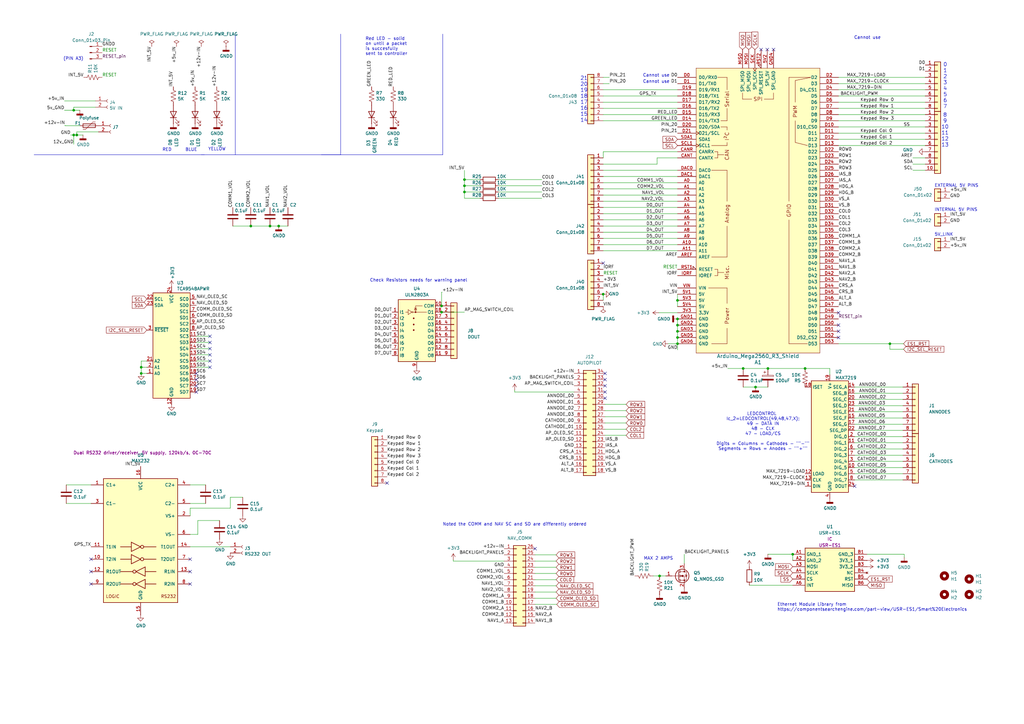
<source format=kicad_sch>
(kicad_sch (version 20250114) (generator "eeschema") (generator_version "9.0")
  (paper "A3")
  (title_block (date "2025-11-06"))
  (text "YELLOW" (at 85.344 61.976 0) (effects (font (size 1.27 1.27)) (justify left bottom)))
  (text "MAX 2 AMPS" (at 276.098 229.87 0) (effects (font (size 1.27 1.27)) (justify right bottom)))
  (text "BLUE" (at 75.946 62.23 0) (effects (font (size 1.27 1.27)) (justify left bottom)))
  (text "INTERNAL 5V PINS" (at 383.286 86.868 0) (effects (font (size 1.27 1.27)) (justify left bottom)))
  (text "Ethernet Module Library from \nhttps://componentsearchengine.com/part-view/USR-ES1/Smart%20Electronics" (at 318.77 250.825 0) (effects (font (size 1.27 1.27)) (justify left bottom)))
  (text "LEDCONTROL \nIc_2=LEDCONTROL(49,48,47,X);\n49 - DATA IN\n48 - CLK\n47 - LOAD/CS\n\nDigits = Columns = Cathodes - \"\"-\"\"\nSegments = Rows = Anodes - \"\"+\"\"" (at 312.928 184.912 0) (effects (font (size 1.27 1.27)) (justify bottom)))
  (text "Cannot use" (at 263.652 31.75 0) (effects (font (size 1.27 1.27)) (justify left bottom)))
  (text "RED" (at 66.548 62.23 0) (effects (font (size 1.27 1.27)) (justify left bottom)))
  (text "(PIN A3)" (at 25.908 24.892 0) (effects (font (size 1.27 1.27)) (justify left bottom)))
  (text "Cannot use" (at 350.266 16.256 0) (effects (font (size 1.27 1.27)) (justify left bottom)))
  (text "Noted the COMM and NAV SC and SD are differently ordered" (at 211.074 215.138 0) (effects (font (size 1.27 1.27))))
  (text "0\n1\n2\n3\n4\n5\n6\n7" (at 386.842 44.704 0) (effects (font (size 1.524 1.524)) (justify left bottom)))
  (text "LEDCONTROL \nIc_2=LEDCONTROL(49,48,47,X);\n49 - DATA IN\n48 - CLK\n47 - LOAD/CS\n\nDigits = Columns = Cathodes - \"\"-\"\"\nSegments = Rows = Anodes - \"\"+\"\"" (at -38.1 166.116 0) (effects (font (size 1.27 1.27)) (justify bottom)))
  (text "Red LED - solid\non until a packet\nis succesfully \nsent to controller" (at 149.86 22.86 0) (effects (font (size 1.27 1.27)) (justify left bottom)))
  (text "5V_LINK" (at 383.286 97.028 0) (effects (font (size 1.27 1.27)) (justify left bottom)))
  (text "Check Resistors needs for warning panel" (at 171.704 115.062 0) (effects (font (size 1.27 1.27))))
  (text "Cannot use" (at 263.652 34.29 0) (effects (font (size 1.27 1.27)) (justify left bottom)))
  (text "21\n20\n19\n18\n17\n16\n15\n14" (at 237.998 50.292 0) (effects (font (size 1.524 1.524)) (justify left bottom)))
  (text "EXTERNAL 5V PINS" (at 383.286 76.962 0) (effects (font (size 1.27 1.27)) (justify left bottom)))
  (text "8\n9\n10\n11\n12\n13\n" (at 387.604 60.452 0) (effects (font (size 1.524 1.524)) (justify bottom)))
  (junction (at 114.3 92.71))
  (junction (at 277.876 130.81))
  (junction (at 277.876 135.89))
  (junction (at 57.912 150.622))
  (junction (at 270.51 236.22))
  (junction (at 330.2 151.13))
  (junction (at 57.912 153.162))
  (junction (at 31.496 55.372))
  (junction (at 277.876 140.97))
  (junction (at 30.226 55.372))
  (junction (at 30.226 45.212))
  (junction (at 304.8 151.13))
  (junction (at 102.87 92.71))
  (junction (at 277.876 138.43))
  (junction (at 181.102 125.476))
  (junction (at 190.5 73.66))
  (junction (at 110.744 92.71))
  (junction (at 314.96 151.13))
  (junction (at 325.12 227.33))
  (junction (at 190.5 78.74))
  (junction (at 247.396 120.65))
  (junction (at 309.88 158.75))
  (junction (at 277.876 133.35))
  (junction (at 364.998 140.97))
  (junction (at 277.876 123.19))
  (junction (at 190.5 76.2))
  (junction (at 181.102 128.016))
  (no_connect (at 80.518 153.162))
  (no_connect (at 350.52 199.39))
  (no_connect (at 317.246 20.32))
  (no_connect (at 248.158 155.702))
  (no_connect (at 37.338 239.522))
  (no_connect (at 80.518 155.702))
  (no_connect (at 80.518 160.782))
  (no_connect (at 314.706 20.32))
  (no_connect (at 343.916 135.89))
  (no_connect (at 77.978 229.362))
  (no_connect (at 343.916 133.35))
  (no_connect (at 37.338 229.362))
  (no_connect (at 343.916 138.43))
  (no_connect (at 247.396 107.95))
  (no_connect (at 86.106 137.922))
  (no_connect (at 343.916 128.27))
  (no_connect (at 77.978 239.522))
  (no_connect (at 80.518 158.242))
  (no_connect (at 86.106 150.622))
  (no_connect (at 86.106 140.462))
  (no_connect (at 248.158 160.782))
  (no_connect (at 248.158 163.322))
  (no_connect (at 248.158 153.162))
  (no_connect (at 86.106 145.542))
  (no_connect (at 77.978 234.442))
  (no_connect (at 248.158 158.242))
  (no_connect (at 312.166 20.32))
  (no_connect (at 219.456 225.044))
  (no_connect (at 37.338 234.442))
  (no_connect (at 158.75 198.12))
  (no_connect (at 86.106 148.082))
  (no_connect (at 86.106 143.002))
  (wire (pts (xy 343.916 49.53) (xy 379.476 49.53)))
  (polyline (pts (xy 139.7 63.5) (xy 139.7 13.97)))
  (wire (pts (xy 350.52 191.77) (xy 370.332 191.77)))
  (wire (pts (xy 277.876 133.35) (xy 277.876 135.89)))
  (wire (pts (xy 364.998 140.97) (xy 364.998 143.256)))
  (wire (pts (xy 343.916 44.45) (xy 379.476 44.45)))
  (wire (pts (xy 330.2 151.13) (xy 340.36 151.13)))
  (wire (pts (xy 247.396 41.91) (xy 277.876 41.91)))
  (wire (pts (xy 86.106 148.082) (xy 80.518 148.082)))
  (wire (pts (xy 248.158 165.862) (xy 256.794 165.862)))
  (wire (pts (xy 94.488 208.407) (xy 77.978 208.407)))
  (wire (pts (xy 247.396 97.79) (xy 277.876 97.79)))
  (wire (pts (xy 196.85 78.74) (xy 190.5 78.74)))
  (polyline (pts (xy 82.55 63.5) (xy 139.7 63.5)))
  (wire (pts (xy 343.916 59.69) (xy 379.476 59.69)))
  (wire (pts (xy 196.85 81.28) (xy 190.5 81.28)))
  (wire (pts (xy 343.916 52.07) (xy 379.476 52.07)))
  (wire (pts (xy 81.153 213.487) (xy 90.043 213.487)))
  (wire (pts (xy 84.328 198.882) (xy 77.978 198.882)))
  (wire (pts (xy 247.396 72.39) (xy 277.876 72.39)))
  (wire (pts (xy 185.928 230.124) (xy 206.756 230.124)))
  (wire (pts (xy 350.52 171.45) (xy 370.332 171.45)))
  (wire (pts (xy 350.52 179.07) (xy 370.332 179.07)))
  (wire (pts (xy 26.67 51.308) (xy 26.67 51.562)))
  (wire (pts (xy 247.396 44.45) (xy 277.876 44.45)))
  (wire (pts (xy 196.85 73.66) (xy 190.5 73.66)))
  (wire (pts (xy 304.8 151.13) (xy 314.96 151.13)))
  (wire (pts (xy 277.876 120.65) (xy 277.876 123.19)))
  (wire (pts (xy 274.066 140.97) (xy 277.876 140.97)))
  (wire (pts (xy 222.25 76.2) (xy 204.47 76.2)))
  (wire (pts (xy 37.338 198.882) (xy 27.178 198.882)))
  (wire (pts (xy 314.96 151.13) (xy 330.2 151.13)))
  (wire (pts (xy 190.5 73.66) (xy 190.5 76.2)))
  (wire (pts (xy 30.226 43.942) (xy 30.226 45.212)))
  (wire (pts (xy 39.116 43.942) (xy 30.226 43.942)))
  (wire (pts (xy 269.494 67.31) (xy 247.396 67.31)))
  (wire (pts (xy 219.456 247.904) (xy 228.346 247.904)))
  (wire (pts (xy 374.396 67.31) (xy 379.476 67.31)))
  (polyline (pts (xy 131.826 63.5) (xy 181.61 63.5)))
  (wire (pts (xy 350.52 184.15) (xy 370.332 184.15)))
  (wire (pts (xy 247.396 87.63) (xy 277.876 87.63)))
  (wire (pts (xy 57.912 150.622) (xy 57.912 153.162)))
  (wire (pts (xy 77.978 219.202) (xy 81.153 219.202)))
  (wire (pts (xy 60.198 148.082) (xy 57.912 148.082)))
  (wire (pts (xy 219.456 240.284) (xy 228.092 240.284)))
  (wire (pts (xy 57.912 148.082) (xy 57.912 150.622)))
  (wire (pts (xy 350.52 189.23) (xy 370.332 189.23)))
  (wire (pts (xy 248.158 168.402) (xy 256.794 168.402)))
  (wire (pts (xy 248.158 178.562) (xy 256.794 178.562)))
  (wire (pts (xy 343.916 39.37) (xy 379.476 39.37)))
  (wire (pts (xy 99.568 203.962) (xy 94.488 203.962)))
  (wire (pts (xy 248.158 176.022) (xy 256.794 176.022)))
  (wire (pts (xy 77.978 224.282) (xy 94.488 224.282)))
  (wire (pts (xy 31.496 55.372) (xy 34.036 55.372)))
  (wire (pts (xy 247.396 69.85) (xy 277.876 69.85)))
  (wire (pts (xy 249.936 31.75) (xy 247.396 31.75)))
  (wire (pts (xy 277.876 143.51) (xy 277.876 140.97)))
  (wire (pts (xy 374.396 64.77) (xy 379.476 64.77)))
  (wire (pts (xy 247.396 49.53) (xy 277.876 49.53)))
  (wire (pts (xy 190.5 76.2) (xy 190.5 78.74)))
  (wire (pts (xy 247.396 120.65) (xy 247.396 123.19)))
  (wire (pts (xy 247.396 62.23) (xy 247.396 64.77)))
  (wire (pts (xy 247.396 77.47) (xy 277.876 77.47)))
  (wire (pts (xy 181.356 119.888) (xy 181.102 119.888)))
  (wire (pts (xy 277.876 135.89) (xy 277.876 138.43)))
  (wire (pts (xy 270.51 236.22) (xy 273.05 236.22)))
  (wire (pts (xy 86.106 143.002) (xy 80.518 143.002)))
  (wire (pts (xy 343.916 31.75) (xy 379.476 31.75)))
  (wire (pts (xy 86.106 140.462) (xy 80.518 140.462)))
  (wire (pts (xy 364.998 143.256) (xy 370.586 143.256)))
  (wire (pts (xy 350.52 186.69) (xy 370.332 186.69)))
  (wire (pts (xy 350.52 166.37) (xy 370.332 166.37)))
  (wire (pts (xy 277.876 138.43) (xy 277.876 140.97)))
  (wire (pts (xy 247.396 82.55) (xy 277.876 82.55)))
  (wire (pts (xy 247.396 34.29) (xy 249.936 34.29)))
  (wire (pts (xy 181.102 128.016) (xy 190.5 128.016)))
  (wire (pts (xy 110.744 92.71) (xy 114.3 92.71)))
  (wire (pts (xy 343.916 41.91) (xy 379.476 41.91)))
  (wire (pts (xy 309.88 158.75) (xy 314.96 158.75)))
  (wire (pts (xy 247.396 74.93) (xy 277.876 74.93)))
  (wire (pts (xy 60.198 153.162) (xy 57.912 153.162)))
  (wire (pts (xy 277.876 130.81) (xy 277.876 133.35)))
  (wire (pts (xy 350.52 181.61) (xy 370.332 181.61)))
  (wire (pts (xy 247.396 80.01) (xy 277.876 80.01)))
  (wire (pts (xy 247.396 95.25) (xy 277.876 95.25)))
  (wire (pts (xy 370.84 227.33) (xy 370.84 228.6)))
  (wire (pts (xy 30.226 45.212) (xy 32.766 45.212)))
  (wire (pts (xy 277.876 123.19) (xy 277.876 125.73)))
  (polyline (pts (xy 139.7 63.5) (xy 131.826 63.5)))
  (wire (pts (xy 248.158 173.482) (xy 256.794 173.482)))
  (wire (pts (xy 219.456 235.204) (xy 228.092 235.204)))
  (wire (pts (xy 81.153 219.202) (xy 81.153 213.487)))
  (wire (pts (xy 37.338 206.502) (xy 27.178 206.502)))
  (wire (pts (xy 350.52 194.31) (xy 370.332 194.31)))
  (wire (pts (xy 77.978 208.407) (xy 77.978 211.582)))
  (wire (pts (xy 343.916 57.15) (xy 379.476 57.15)))
  (wire (pts (xy 307.34 240.03) (xy 325.12 240.03)))
  (wire (pts (xy 364.998 140.97) (xy 343.916 140.97)))
  (wire (pts (xy 343.916 46.99) (xy 379.476 46.99)))
  (wire (pts (xy 222.25 73.66) (xy 204.47 73.66)))
  (wire (pts (xy 222.25 78.74) (xy 204.47 78.74)))
  (wire (pts (xy 219.456 227.584) (xy 228.092 227.584)))
  (wire (pts (xy 350.52 173.99) (xy 370.332 173.99)))
  (wire (pts (xy 314.96 227.33) (xy 325.12 227.33)))
  (wire (pts (xy 350.52 163.83) (xy 370.332 163.83)))
  (wire (pts (xy 219.456 237.744) (xy 228.092 237.744)))
  (wire (pts (xy 277.876 64.77) (xy 269.494 64.77)))
  (wire (pts (xy 280.67 227.33) (xy 280.67 231.14)))
  (wire (pts (xy 86.106 137.922) (xy 80.518 137.922)))
  (polyline (pts (xy 13.97 63.5) (xy 83.82 63.5)))
  (wire (pts (xy 370.586 140.97) (xy 364.998 140.97)))
  (wire (pts (xy 247.396 36.83) (xy 277.876 36.83)))
  (wire (pts (xy 247.396 85.09) (xy 277.876 85.09)))
  (wire (pts (xy 219.456 230.124) (xy 228.092 230.124)))
  (wire (pts (xy 247.396 102.87) (xy 277.876 102.87)))
  (wire (pts (xy 270.256 128.27) (xy 277.876 128.27)))
  (polyline (pts (xy 181.61 63.5) (xy 181.61 13.97)))
  (wire (pts (xy 248.158 170.942) (xy 256.794 170.942)))
  (wire (pts (xy 95.504 92.71) (xy 102.87 92.71)))
  (wire (pts (xy 211.074 160.782) (xy 235.458 160.782)))
  (wire (pts (xy 86.106 145.542) (xy 80.518 145.542)))
  (wire (pts (xy 26.67 51.562) (xy 32.766 51.562)))
  (wire (pts (xy 247.396 100.33) (xy 277.876 100.33)))
  (wire (pts (xy 304.8 158.75) (xy 309.88 158.75)))
  (wire (pts (xy 350.52 158.75) (xy 370.332 158.75)))
  (wire (pts (xy 247.396 39.37) (xy 277.876 39.37)))
  (wire (pts (xy 30.226 55.372) (xy 30.226 59.182)))
  (wire (pts (xy 94.488 203.962) (xy 94.488 208.407)))
  (wire (pts (xy 219.456 232.664) (xy 228.092 232.664)))
  (wire (pts (xy 57.912 150.622) (xy 60.198 150.622)))
  (wire (pts (xy 247.396 90.17) (xy 277.876 90.17)))
  (wire (pts (xy 190.5 78.74) (xy 190.5 81.28)))
  (wire (pts (xy 343.916 34.29) (xy 379.476 34.29)))
  (wire (pts (xy 247.396 46.99) (xy 277.876 46.99)))
  (wire (pts (xy 219.456 242.824) (xy 228.092 242.824)))
  (wire (pts (xy 350.52 161.29) (xy 370.332 161.29)))
  (wire (pts (xy 247.396 92.71) (xy 277.876 92.71)))
  (wire (pts (xy 190.5 69.85) (xy 190.5 73.66)))
  (wire (pts (xy 185.928 230.124) (xy 185.928 229.616)))
  (wire (pts (xy 343.916 54.61) (xy 379.476 54.61)))
  (wire (pts (xy 196.85 76.2) (xy 190.5 76.2)))
  (wire (pts (xy 350.52 168.91) (xy 370.332 168.91)))
  (wire (pts (xy 355.6 227.33) (xy 370.84 227.33)))
  (wire (pts (xy 181.102 119.888) (xy 181.102 125.476)))
  (wire (pts (xy 350.52 176.53) (xy 370.332 176.53)))
  (wire (pts (xy 277.876 62.23) (xy 247.396 62.23)))
  (wire (pts (xy 325.12 227.33) (xy 325.12 229.87)))
  (wire (pts (xy 26.416 41.402) (xy 39.116 41.402)))
  (wire (pts (xy 298.45 151.13) (xy 304.8 151.13)))
  (wire (pts (xy 30.226 55.372) (xy 31.496 55.372)))
  (wire (pts (xy 86.106 150.622) (xy 80.518 150.622)))
  (wire (pts (xy 84.328 206.502) (xy 77.978 206.502)))
  (wire (pts (xy 267.97 236.22) (xy 270.51 236.22)))
  (polyline (pts (xy 96.52 63.5) (xy 96.52 13.97)))
  (wire (pts (xy 222.25 81.28) (xy 204.47 81.28)))
  (wire (pts (xy 26.416 45.212) (xy 30.226 45.212)))
  (wire (pts (xy 31.496 54.102) (xy 31.496 55.372)))
  (wire (pts (xy 28.956 55.372) (xy 30.226 55.372)))
  (wire (pts (xy 114.3 92.71) (xy 118.11 92.71)))
  (wire (pts (xy 269.494 64.77) (xy 269.494 67.31)))
  (wire (pts (xy 350.52 196.85) (xy 370.332 196.85)))
  (wire (pts (xy 211.074 160.782) (xy 211.074 160.02)))
  (wire (pts (xy 340.36 153.67) (xy 340.36 151.13)))
  (wire (pts (xy 102.87 92.71) (xy 110.744 92.71)))
  (wire (pts (xy 374.396 69.85) (xy 379.476 69.85)))
  (wire (pts (xy 219.456 245.364) (xy 228.092 245.364)))
  (wire (pts (xy 343.916 36.83) (xy 379.476 36.83)))
  (wire (pts (xy 40.386 54.102) (xy 31.496 54.102)))
  (image (at -60.198 193.294))
  (label "CATHODE_01" (at 235.458 176.022 180))
  (label "D3_OUT" (at 160.782 135.636 180))
  (label "MAX_7219-LOAD" (at 330.2 194.31 180))
  (label "COMM2_B" (at 206.756 252.984 180))
  (label "CATHODE_02" (at 351.536 184.15 0))
  (label "IORF" (at 247.396 110.49 0))
  (label "VIN" (at 277.876 118.11 180))
  (label "D1" (at 379.476 29.21 180))
  (label "COMM1_A" (at 343.916 97.79 0))
  (label "PIN_20" (at 249.936 34.29 0))
  (label "AP_OLED_SD" (at 235.458 181.102 180))
  (label "AP_MAG_SWITCH_COIL" (at 190.5 128.016 0))
  (label "+12v-IN" (at 206.756 225.044 180))
  (label "RED_LED" (at 277.876 46.99 180))
  (label "SD7" (at 80.518 160.782 0))
  (label "D3_OUT" (at 272.288 92.71 180))
  (label "NAV1_B" (at 219.456 255.524 0))
  (label "GND" (at 28.956 55.372 180))
  (label "ROW3" (at 343.916 69.85 0))
  (label "PIN_21" (at 277.876 54.61 180))
  (label "INT_5V" (at 247.396 118.11 0))
  (label "D2_OUT" (at 272.288 90.17 180))
  (label "CRS_B" (at 235.458 188.722 180))
  (label "CRS_B" (at 343.916 120.65 0))
  (label "Keypad Row 2" (at 352.806 46.99 0))
  (label "VS_A" (at 343.916 82.55 0))
  (label "HDG_A" (at 248.158 186.182 0))
  (label "INT_5V" (at 71.12 35.56 90))
  (label "SD6" (at 80.518 155.702 0))
  (label "INT_5V" (at 190.5 69.85 180))
  (label "D0" (at 277.876 31.75 180))
  (label "COL3" (at 343.916 95.25 0))
  (label "Keypad Col 1" (at 158.75 193.04 0))
  (label "NAV2_VOL" (at 118.11 85.09 90))
  (label "D0" (at 379.476 26.67 180))
  (label "CATHODE_06" (at 351.536 194.31 0))
  (label "INT_5V" (at 34.29 31.75 180))
  (label "ANNODE_04" (at 352.044 168.91 0))
  (label "Keypad Col 0" (at 158.75 190.5 0))
  (label "+5v_IN" (at 389.636 78.74 0))
  (label "ANNODE_01" (at 352.298 161.29 0))
  (label "ALT_A" (at 343.916 123.19 0))
  (label "VIN" (at 247.396 125.73 0))
  (label "D4_OUT" (at 272.288 95.25 180))
  (label "SD4" (at 80.518 145.542 0))
  (label "PIN_21" (at 249.936 31.75 0))
  (label "ANNODE_05" (at 352.044 171.45 0))
  (label "NAV1_VOL" (at 272.542 80.01 180))
  (label "AP_MAG_SWITCH_COIL" (at 235.458 158.242 180))
  (label "Keypad Row 0" (at 158.75 180.34 0))
  (label "D5_OUT" (at 160.782 140.716 180))
  (label "D4_OUT" (at 160.782 138.176 180))
  (label "COMM_OLED_SD" (at 80.518 130.302 0))
  (label "D0_OUT" (at 160.782 128.016 180))
  (label "IAS_B" (at 343.916 72.39 0))
  (label "CATHODE_05" (at 351.536 191.77 0))
  (label "+5v_IN" (at 26.416 41.402 180))
  (label "AP_OLED_SC" (at 80.518 132.842 0))
  (label "VS_A" (at 248.158 191.262 0))
  (label "NAV2_B" (at 343.916 115.57 0))
  (label "ALT_A" (at 235.458 191.262 180))
  (label "+3V3" (at 247.396 115.57 0))
  (label "SCL" (at 374.396 69.85 180))
  (label "AREF" (at 277.876 105.41 180))
  (label "ROW0" (at 343.916 62.23 0))
  (label "PIN_20" (at 277.876 52.07 180))
  (label "MAX_7219-CLOCK" (at 347.218 34.29 0))
  (label "NAV_OLED_SC" (at 80.518 122.682 0))
  (label "D5_OUT" (at 272.288 97.79 180))
  (label "HDG_B" (at 343.916 80.01 0))
  (label "NAV2_VOL" (at 206.756 242.824 180))
  (label "ANNODE_02" (at 235.458 168.402 180))
  (label "12v_GND" (at 30.226 59.182 180))
  (label "IORF" (at 277.876 113.03 180))
  (label "RESET_pin" (at 41.91 24.13 0))
  (label "COMM_OLED_SC" (at 80.518 127.762 0))
  (label "COMM2_B" (at 343.916 105.41 0))
  (label "+5v_IN" (at 72.39 19.05 270))
  (label "ALT_B" (at 343.916 125.73 0))
  (label "+12v-IN" (at 26.67 51.308 180))
  (label "CATHODE_00" (at 235.458 173.482 180))
  (label "INT_5V" (at 62.23 19.05 270))
  (label "ANNODE_02" (at 352.298 163.83 0))
  (label "GND" (at 277.876 143.51 180))
  (label "D7_OUT" (at 272.288 102.87 180))
  (label "COL1" (at 222.25 76.2 0))
  (label "GREEN_LED" (at 277.876 49.53 180))
  (label "D6_OUT" (at 272.288 100.33 180))
  (label "D1_OUT" (at 272.288 87.63 180))
  (label "ANNODE_03" (at 352.044 166.37 0))
  (label "CATHODE_03" (at 351.536 186.69 0))
  (label "INT_5V" (at 389.636 99.06 0))
  (label "NAV_OLED_SD" (at 80.518 125.222 0))
  (label "GND" (at 206.756 232.664 180))
  (label "AREF" (at 374.396 64.77 180))
  (label "COL0" (at 222.25 73.66 0))
  (label "NAV2_A" (at 343.916 113.03 0))
  (label "CATHODE_01" (at 351.536 181.61 0))
  (label "COMM2_VOL" (at 272.542 77.47 180))
  (label "BACKLIGHT_PANELS" (at 206.756 227.584 180))
  (label "GPS_TX" (at 269.24 39.37 180))
  (label "D1" (at 277.876 34.29 180))
  (label "VS_B" (at 343.916 85.09 0))
  (label "GNDD" (at 41.91 19.05 0))
  (label "Keypad Row 3" (at 158.75 187.96 0))
  (label "Keypad Col 0" (at 352.806 54.61 0))
  (label "SD3" (at 80.518 140.462 0))
  (label "Keypad Row 1" (at 158.75 182.88 0))
  (label "NAV1_VOL" (at 206.756 240.284 180))
  (label "MAX_7219-LOAD" (at 347.218 31.75 0))
  (label "INT_5V" (at 389.636 88.9 0))
  (label "COMM2_A" (at 206.756 250.444 180))
  (label "IAS_A" (at 343.916 74.93 0))
  (label "D2_OUT" (at 160.782 133.096 180))
  (label "Keypad Col 2" (at 352.806 59.69 0))
  (label "ANNODE_00" (at 352.298 158.75 0))
  (label "HDG_B" (at 248.158 188.722 0))
  (label "COMM2_VOL" (at 206.756 237.744 180))
  (label "ROW1" (at 343.916 64.77 0))
  (label "SC7" (at 80.518 158.242 0))
  (label "COL3" (at 222.25 81.28 0))
  (label "NAV2_B" (at 219.456 250.444 0))
  (label "SC6" (at 80.518 153.162 0))
  (label "INT_5V" (at 57.658 191.262 180))
  (label "Keypad Row 1" (at 352.806 44.45 0))
  (label "NAV1_A" (at 343.916 107.95 0))
  (label "SC5" (at 80.518 148.082 0))
  (label "COL2" (at 343.916 92.71 0))
  (label "MAX_7219-DIN" (at 347.218 36.83 0))
  (label "MAX_7219-CLOCK" (at 330.2 196.85 180))
  (label "COMM1_A" (at 206.756 245.364 180))
  (label "GND" (at 389.636 91.44 0))
  (label "SC4" (at 80.518 143.002 0))
  (label "NAV2_A" (at 219.456 252.984 0))
  (label "NAV1_A" (at 206.756 255.524 180))
  (label "5v_GND" (at 26.416 45.212 180))
  (label "D1_OUT" (at 160.782 130.556 180))
  (label "D7_OUT" (at 160.782 145.796 180))
  (label "ROW2" (at 343.916 67.31 0))
  (label "+5v_IN" (at 80.01 35.56 90))
  (label "ANNODE_07" (at 352.044 176.53 0))
  (label "MAX_7219-DIN" (at 330.2 199.39 180))
  (label "GND" (at 235.458 183.642 180))
  (label "AP_OLED_SC" (at 235.458 178.562 180))
  (label "ANNODE_01" (at 235.458 165.862 180))
  (label "BACKLIGHT_PWM" (at 344.678 39.37 0))
  (label "Keypad Row 0" (at 352.806 41.91 0))
  (label "D6_OUT" (at 160.782 143.256 180))
  (label "CATHODE_00" (at 351.536 179.07 0))
  (label "SD5" (at 80.518 150.622 0))
  (label "CATHODE_07" (at 351.536 196.85 0))
  (label "AP_OLED_SD" (at 80.518 135.382 0))
  (label "NAV2_VOL" (at 272.288 82.55 180))
  (label "+5v_IN" (at 298.45 151.13 180))
  (label "IAS_A" (at 248.158 183.642 0))
  (label "+5v_IN" (at 389.636 101.6 0))
  (label "INT_5V" (at 277.876 120.65 180))
  (label "COMM1_VOL" (at 206.756 235.204 180))
  (label "SS" (at 370.586 52.07 0))
  (label "RESET" (at 41.91 21.59 0))
  (label "IAS_B" (at 248.158 181.102 0))
  (label "COMM1_B" (at 343.916 100.33 0))
  (label "GND" (at 389.636 81.28 0))
  (label "COMM2_VOL" (at 102.87 85.09 90))
  (label "Keypad Row 2" (at 158.75 185.42 0))
  (label "GREEN_LED" (at 152.4 35.56 90))
  (label "+12v-IN" (at 181.356 119.888 0))
  (label "RESET" (at 277.876 110.49 180))
  (label "ANNODE_00" (at 235.458 163.322 180))
  (label "NAV1_VOL" (at 110.744 85.09 90))
  (label "ALT_B" (at 235.458 193.802 180))
  (label "ANNODE_03" (at 235.458 170.942 180))
  (label "Keypad Col 2" (at 158.75 195.58 0))
  (label "HDG_A" (at 343.916 77.47 0))
  (label "COMM1_VOL" (at 95.504 85.09 90))
  (label "+12v-IN" (at 235.458 153.162 180))
  (label "SC3" (at 80.518 137.922 0))
  (label "COMM2_A" (at 343.916 102.87 0))
  (label "RESET" (at 247.396 113.03 0))
  (label "SDA" (at 374.396 67.31 180))
  (label "BACKLIGHT_PANELS" (at 280.67 227.33 0))
  (label "COL1" (at 343.916 90.17 0))
  (label "COMM1_VOL" (at 272.542 74.93 180))
  (label "NAV1_B" (at 343.916 110.49 0))
  (label "CRS_A" (at 235.458 186.182 180))
  (label "COL2" (at 222.25 78.74 0))
  (label "RESET_pin" (at 343.916 130.81 0))
  (label "RESET" (at 41.91 31.75 0))
  (label "+12v-IN" (at 88.9 35.56 90))
  (label "ANNODE_06" (at 352.044 173.99 0))
  (label "CRS_A" (at 343.916 118.11 0))
  (label "CATHODE_04" (at 351.536 189.23 0))
  (label "Keypad Col 1" (at 352.806 57.15 0))
  (label "D0_OUT" (at 272.288 85.09 180))
  (label "Keypad Row 3" (at 352.806 49.53 0))
  (label "+12v-IN" (at 82.55 19.05 270))
  (label "COMM1_B" (at 206.756 247.904 180))
  (label "COL0" (at 343.916 87.63 0))
  (label "GPS_TX" (at 37.338 224.282 180))
  (label "RED_LED" (at 161.29 35.56 90))
  (label "VS_B" (at 248.158 193.802 0))
  (label "BACKLIGHT_PANELS" (at 235.458 155.702 180))
  (label "BACKLIGHT_PWM" (at 260.35 236.22 90))
  (global_label "COL0" (shape input) (at 228.092 237.744 0) (property "Intersheetrefs" "${INTERSHEET_REFS}" (effects (hide yes))))
  (global_label "ROW1" (shape input) (at 228.092 232.664 0) (property "Intersheetrefs" "${INTERSHEET_REFS}" (effects (hide yes))))
  (global_label "ROW2" (shape input) (at 256.794 168.402 0) (property "Intersheetrefs" "${INTERSHEET_REFS}" (effects (hide yes))))
  (global_label "MOSI" (shape input) (at 307.086 20.32 90) (property "Intersheetrefs" "${INTERSHEET_REFS}" (effects (hide yes))))
  (global_label "COL1" (shape input) (at 256.794 178.562 0) (property "Intersheetrefs" "${INTERSHEET_REFS}" (effects (hide yes))))
  (global_label "ROW3" (shape input) (at 228.092 227.584 0) (property "Intersheetrefs" "${INTERSHEET_REFS}" (effects (hide yes))))
  (global_label "COMM_OLED_SC" (shape input) (at 228.346 247.904 0) (property "Intersheetrefs" "${INTERSHEET_REFS}" (effects (hide yes))))
  (global_label "COL2" (shape input) (at 256.794 176.022 0) (property "Intersheetrefs" "${INTERSHEET_REFS}" (effects (hide yes))))
  (global_label "SCL" (shape input) (at 60.198 122.682 180) (property "Intersheetrefs" "${INTERSHEET_REFS}" (effects (hide yes))))
  (global_label "MISO" (shape input) (at 304.546 20.32 90) (property "Intersheetrefs" "${INTERSHEET_REFS}" (effects (hide yes))))
  (global_label "I2C_SEL_RESET" (shape input) (at 60.198 135.382 180) (property "Intersheetrefs" "${INTERSHEET_REFS}" (effects (hide yes))))
  (global_label "SCL" (shape input) (at 277.876 59.69 180) (property "Intersheetrefs" "${INTERSHEET_REFS}" (effects (hide yes))))
  (global_label "SCLK" (shape input) (at 325.12 234.95 180) (property "Intersheetrefs" "${INTERSHEET_REFS}" (effects (hide yes))))
  (global_label "MISO" (shape input) (at 355.6 240.03 0) (property "Intersheetrefs" "${INTERSHEET_REFS}" (effects (hide yes))))
  (global_label "SCLK" (shape input) (at 309.626 20.32 90) (property "Intersheetrefs" "${INTERSHEET_REFS}" (effects (hide yes))))
  (global_label "I2C_SEL_RESET" (shape input) (at 370.586 143.256 0) (property "Intersheetrefs" "${INTERSHEET_REFS}" (effects (hide yes))))
  (global_label "ES1_RST" (shape input) (at 370.586 140.97 0) (property "Intersheetrefs" "${INTERSHEET_REFS}" (effects (hide yes))))
  (global_label "COMM_OLED_SD" (shape input) (at 228.092 245.364 0) (property "Intersheetrefs" "${INTERSHEET_REFS}" (effects (hide yes))))
  (global_label "ROW2" (shape input) (at 228.092 230.124 0) (property "Intersheetrefs" "${INTERSHEET_REFS}" (effects (hide yes))))
  (global_label "ROW1" (shape input) (at 256.794 170.942 0) (property "Intersheetrefs" "${INTERSHEET_REFS}" (effects (hide yes))))
  (global_label "ES1_RST" (shape input) (at 355.6 237.49 0) (property "Intersheetrefs" "${INTERSHEET_REFS}" (effects (hide yes))))
  (global_label "SDA" (shape input) (at 277.876 57.15 180) (property "Intersheetrefs" "${INTERSHEET_REFS}" (effects (hide yes))))
  (global_label "NAV_OLED_SD" (shape input) (at 228.092 242.824 0) (property "Intersheetrefs" "${INTERSHEET_REFS}" (effects (hide yes))))
  (global_label "ROW3" (shape input) (at 256.794 165.862 0) (property "Intersheetrefs" "${INTERSHEET_REFS}" (effects (hide yes))))
  (global_label "SDA" (shape input) (at 60.198 125.222 180) (property "Intersheetrefs" "${INTERSHEET_REFS}" (effects (hide yes))))
  (global_label "SS" (shape input) (at 325.12 237.49 180) (property "Intersheetrefs" "${INTERSHEET_REFS}" (effects (hide yes))))
  (global_label "NAV_OLED_SC" (shape input) (at 228.092 240.284 0) (property "Intersheetrefs" "${INTERSHEET_REFS}" (effects (hide yes))))
  (global_label "ROW0" (shape input) (at 256.794 173.482 0) (property "Intersheetrefs" "${INTERSHEET_REFS}" (effects (hide yes))))
  (global_label "MOSI" (shape input) (at 325.12 232.41 180) (property "Intersheetrefs" "${INTERSHEET_REFS}" (effects (hide yes))))
  (global_label "ROW0" (shape input) (at 228.092 235.204 0) (property "Intersheetrefs" "${INTERSHEET_REFS}" (effects (hide yes))))
  (symbol (lib_id "Connector_Generic:Conn_01x08") (at 242.316 72.39 0) (mirror y) (unit 1)
    (property "Reference" "J41" (at 239.776 72.3899 0) (effects (justify left)))
    (property "Value" "Conn_01x08" (at 239.776 74.9299 0) (effects (justify left)))
    (property "Footprint" "Connector_PinHeader_2.54mm:PinHeader_1x08_P2.54mm_Vertical" (effects (hide yes)))
    (property "Description" "Generic connector, single row, 01x08, script generated (kicad-library-utils/schlib/autogen/connector/)" (effects (hide yes)))
  )
  (symbol (lib_id "Device:C") (at 118.11 88.9 0) (unit 1)
    (property "Reference" "C2" (at 118.872 84.0486 0) (effects (justify left)))
    (property "Value" "0.1uF" (effects (hide yes)))
    (property "Footprint" "Capacitor_THT:C_Disc_D3.0mm_W2.0mm_P2.50mm" (effects (hide yes)))
    (property "Description" "Unpolarized capacitor" (effects (hide yes)))
  )
  (symbol (lib_id "Connector_Generic:Conn_02x17_Counter_Clockwise") (at 240.538 173.482 0) (unit 1)
    (property "Reference" "J12" (at 241.808 146.304 0))
    (property "Value" "AUTOPILOT" (at 241.808 148.844 0))
    (property "Footprint" "Connector_IDC:IDC-Header_2x17_P2.54mm_Vertical" (effects (hide yes)))
    (property "Description" "Generic connector, double row, 02x17, counter clockwise pin numbering scheme (similar to DIP package numbering), script generated (kicad-library-utils/schlib/autogen/connector/)" (effects (hide yes)))
  )
  (symbol (lib_id "power:+3V3") (at 355.6 229.87 270) (unit 1)
    (property "Reference" "#PWR018" (effects (hide yes)))
    (property "Value" "+3V3" (at 359.41 229.8699 90) (effects (justify left)))
    (property "Description" "Power symbol creates a global label with name \"+3V3\"" (effects (hide yes)))
  )
  (symbol (lib_id "Device:LED") (at 88.9 46.99 90) (unit 1)
    (property "Reference" "D2" (at 87.63 58.42 0))
    (property "Value" "LED" (at 90.17 58.42 0))
    (property "Footprint" "LED_THT:LED_D3.0mm" (effects (hide yes)))
    (property "Description" "Light emitting diode" (effects (hide yes)))
    (property "Sim.Pins" "1=K 2=A" (effects (hide yes)))
  )
  (symbol (lib_id "power:+3V3") (at 211.074 160.02 0) (unit 1)
    (property "Reference" "#PWR026" (effects (hide yes)))
    (property "Value" "+3V3" (at 211.074 154.94 0))
    (property "Description" "Power symbol creates a global label with name \"+3V3\"" (effects (hide yes)))
  )
  (symbol (lib_id "power:GND") (at 99.568 211.582 0) (unit 1)
    (property "Reference" "#PWR021" (effects (hide yes)))
    (property "Value" "GND" (at 99.695 215.9762 0))
    (property "Description" "Power symbol creates a global label with name \"GND\" , ground" (effects (hide yes)))
  )
  (symbol (lib_id "power:GND") (at 57.658 252.222 0) (unit 1)
    (property "Reference" "#PWR06" (effects (hide yes)))
    (property "Value" "GND" (at 57.785 256.6162 0))
    (property "Description" "Power symbol creates a global label with name \"GND\" , ground" (effects (hide yes)))
  )
  (symbol (lib_id "Transistor_Array:ULN2803A") (at 170.942 133.096 0) (unit 1)
    (property "Reference" "U4" (at 170.942 118.364 0))
    (property "Value" "ULN2803A" (at 170.942 120.904 0))
    (property "Footprint" "Package_DIP:DIP-18_W7.62mm" (effects (hide yes)))
    (property "Datasheet" "http://www.ti.com/lit/ds/symlink/uln2803a.pdf" (effects (hide yes)))
    (property "Description" "Darlington Transistor Arrays, SOIC18/DIP18" (effects (hide yes)))
  )
  (symbol (lib_id "power:GNDD") (at 340.36 204.47 0) (unit 1)
    (property "Reference" "#PWR035" (effects (hide yes)))
    (property "Value" "GNDD" (at 340.4616 208.407 0))
    (property "Description" "Power symbol creates a global label with name \"GNDD\" , digital ground" (effects (hide yes)))
  )
  (symbol (lib_id "power:+3V3") (at 185.928 229.616 0) (unit 1)
    (property "Reference" "#PWR023" (effects (hide yes)))
    (property "Value" "+3V3" (at 185.928 224.79 0))
    (property "Description" "Power symbol creates a global label with name \"+3V3\"" (effects (hide yes)))
  )
  (symbol (lib_id "Device:LED") (at 152.4 46.99 90) (unit 1)
    (property "Reference" "D3" (at 151.13 58.674 0))
    (property "Value" "GREEN" (at 153.67 59.69 0))
    (property "Footprint" "LED_THT:LED_D3.0mm" (effects (hide yes)))
    (property "Description" "Light emitting diode" (effects (hide yes)))
    (property "Sim.Pins" "1=K 2=A" (effects (hide yes)))
  )
  (symbol (lib_id "Device:C") (at 84.328 202.692 0) (unit 1)
    (property "Reference" "C13" (at 87.249 201.5236 0) (effects (justify left)))
    (property "Value" "0.1uF" (at 87.249 203.835 0) (effects (justify left)))
    (property "Footprint" "Capacitor_THT:C_Disc_D4.3mm_W1.9mm_P5.00mm" (effects (hide yes)))
    (property "Description" "Unpolarized capacitor" (effects (hide yes)))
  )
  (symbol (lib_id "Device:R_US") (at 38.1 31.75 90) (unit 1)
    (property "Reference" "R11" (at 36.9316 30.0228 0) (effects (justify left)))
    (property "Value" "10K" (at 39.243 30.0228 0) (effects (justify left)))
    (property "Footprint" "Resistor_THT:R_Axial_DIN0207_L6.3mm_D2.5mm_P2.54mm_Vertical" (effects (hide yes)))
    (property "Description" "Resistor, US symbol" (effects (hide yes)))
  )
  (symbol (lib_id "Connector:Conn_01x03_Pin") (at 36.83 21.59 0) (unit 1)
    (property "Reference" "J2" (at 37.465 13.97 0))
    (property "Value" "Conn_01x03_Pin" (at 37.465 16.51 0))
    (property "Footprint" "Connector_PinHeader_2.54mm:PinHeader_1x03_P2.54mm_Vertical" (effects (hide yes)))
    (property "Description" "Generic connector, single row, 01x03, script generated" (effects (hide yes)))
  )
  (symbol (lib_id "power:+3V3") (at 70.358 117.602 0) (unit 1)
    (property "Reference" "#PWR031" (effects (hide yes)))
    (property "Value" "+3V3" (at 70.739 114.554 90) (effects (justify left)))
    (property "Description" "Power symbol creates a global label with name \"+3V3\"" (effects (hide yes)))
  )
  (symbol (lib_id "power:GNDD") (at 270.51 243.84 0) (unit 1)
    (property "Reference" "#PWR028" (effects (hide yes)))
    (property "Value" "GNDD" (at 270.6116 247.777 0))
    (property "Description" "Power symbol creates a global label with name \"GNDD\" , digital ground" (effects (hide yes)))
  )
  (symbol (lib_id "power:PWR_FLAG") (at 247.396 125.73 180) (unit 1)
    (property "Reference" "#FLG05" (effects (hide yes)))
    (property "Value" "PWR_FLAG" (at 247.396 130.81 0))
    (property "Description" "Special symbol for telling ERC where power comes from" (effects (hide yes)))
  )
  (symbol (lib_id "Driver_LED:MAX7219") (at 340.36 179.07 0) (unit 1)
    (property "Reference" "U2" (at 342.5541 152.4 0) (effects (justify left)))
    (property "Value" "MAX7219" (at 342.5541 154.94 0) (effects (justify left)))
    (property "Footprint" "Package_DIP:DIP-24_W7.62mm_LongPads" (effects (hide yes)))
    (property "Datasheet" "https://datasheets.maximintegrated.com/en/ds/MAX7219-MAX7221.pdf" (effects (hide yes)))
    (property "Description" "8-Digit LED Display Driver" (effects (hide yes)))
  )
  (symbol (lib_id "Device:Polyfuse") (at 36.576 51.562 90) (unit 1)
    (property "Reference" "F1" (at 32.004 50.546 90))
    (property "Value" "Polyfuse" (at 36.576 48.3145 90))
    (property "Footprint" "Fuse:Fuse_1206_3216Metric" (effects (hide yes)))
    (property "Description" "Resettable fuse, polymeric positive temperature coefficient" (effects (hide yes)))
  )
  (symbol (lib_id "Device:CP") (at 314.96 154.94 0) (unit 1)
    (property "Reference" "C5" (at 317.9572 153.7716 0) (effects (justify left)))
    (property "Value" "100uF" (at 317.9572 156.083 0) (effects (justify left)))
    (property "Footprint" "Capacitor_THT:C_Radial_D8.0mm_H7.0mm_P3.50mm" (effects (hide yes)))
  )
  (symbol (lib_id "power:GNDD") (at 114.3 92.71 0) (unit 1)
    (property "Reference" "#PWR013" (effects (hide yes)))
    (property "Value" "GNDD" (at 114.4016 96.647 0))
    (property "Description" "Power symbol creates a global label with name \"GNDD\" , digital ground" (effects (hide yes)))
  )
  (symbol (lib_id "Interface_Expansion:TCA9548APWR") (at 70.358 140.462 0) (unit 1)
    (property "Reference" "U3" (at 72.5521 115.9977 0) (effects (justify left)))
    (property "Value" "TCA9548APWR" (at 72.5521 118.4219 0) (effects (justify left)))
    (property "Footprint" "Package_DIP:AllieExpress_TCA9548A" (effects (hide yes)))
    (property "Datasheet" "http://www.ti.com/lit/ds/symlink/tca9548a.pdf" (effects (hide yes)))
    (property "Description" "Low voltage 8-channel I2C switch with reset, TSSOP-24" (effects (hide yes)))
  )
  (symbol (lib_id "Interface_UART:MAX232") (at 57.658 221.742 0) (unit 1)
    (property "Reference" "U5" (at 57.658 186.6646 0))
    (property "Value" "MAX232" (at 57.658 188.976 0))
    (property "Footprint" "Package_DIP:DIP-16_W7.62mm" (effects (hide yes)))
    (property "Datasheet" "http://www.ti.com/lit/ds/symlink/max232.pdf" (effects (hide yes)))
    (property "Description" "Dual RS232 driver/receiver, 5V supply, 120kb/s, 0C-70C" (at 58.42 185.674 0))
  )
  (symbol (lib_id "Device:LED") (at 161.29 46.99 90) (unit 1)
    (property "Reference" "D4" (at 160.02 58.42 0))
    (property "Value" "RED" (at 162.56 58.1025 0))
    (property "Footprint" "LED_THT:LED_D3.0mm" (effects (hide yes)))
    (property "Description" "Light emitting diode" (effects (hide yes)))
    (property "Sim.Pins" "1=K 2=A" (effects (hide yes)))
  )
  (symbol (lib_id "arduino-library:Arduino_Due_Shield") (at 310.896 86.36 0) (unit 1)
    (property "Reference" "A1" (at 310.896 148.59 0) (effects (font (size 1.524 1.524))))
    (property "Value" "Arduino_Mega2560_R3_Shield" (at 310.896 146.05 0) (effects (font (size 1.524 1.524))))
    (property "Footprint" "PCM_arduino-library:Arduino_Due_Shield" (effects (hide yes)))
    (property "Datasheet" "https://docs.arduino.cc/hardware/due" (effects (hide yes)))
    (property "Description" "Shield for Arduino Due" (effects (hide yes)))
  )
  (symbol (lib_id "Connector_Generic:Conn_01x10") (at 384.556 57.15 0) (unit 1)
    (property "Reference" "J45" (effects (hide yes)))
    (property "Value" "Conn_01x10" (effects (hide yes)))
    (property "Footprint" "Connector_PinHeader_2.54mm:PinHeader_1x10_P2.54mm_Vertical" (effects (hide yes)))
    (property "Description" "Generic connector, single row, 01x10, script generated (kicad-library-utils/schlib/autogen/connector/)" (effects (hide yes)))
  )
  (symbol (lib_id "Connector_Generic:Conn_01x08") (at 242.316 41.91 180) (unit 1)
    (property "Reference" "J43" (at 236.728 41.91 0) (effects (justify left)))
    (property "Value" "Conn_01x08" (at 236.728 39.37 0) (effects (justify left)))
    (property "Footprint" "Connector_PinHeader_2.54mm:PinHeader_1x08_P2.54mm_Vertical" (effects (hide yes)))
    (property "Description" "Generic connector, single row, 01x08, script generated (kicad-library-utils/schlib/autogen/connector/)" (effects (hide yes)))
  )
  (symbol (lib_id "power:GNDD") (at 152.4 50.8 0) (unit 1)
    (property "Reference" "#PWR014" (effects (hide yes)))
    (property "Value" "GNDD" (at 152.5016 54.737 0))
    (property "Description" "Power symbol creates a global label with name \"GNDD\" , digital ground" (effects (hide yes)))
  )
  (symbol (lib_id "power:GNDD") (at 92.71 19.05 0) (unit 1)
    (property "Reference" "#PWR037" (effects (hide yes)))
    (property "Value" "GNDD" (at 92.8116 22.987 0))
    (property "Description" "Power symbol creates a global label with name \"GNDD\" , digital ground" (effects (hide yes)))
  )
  (symbol (lib_id "Connector_Generic:Conn_01x02") (at 384.556 78.74 0) (mirror y) (unit 1)
    (property "Reference" "J50" (at 376.428 77.47 0))
    (property "Value" "Conn_01x02" (at 376.428 80.01 0))
    (property "Footprint" "Connector_PinHeader_2.54mm:PinHeader_1x02_P2.54mm_Vertical" (effects (hide yes)))
    (property "Description" "Generic connector, single row, 01x02, script generated (kicad-library-utils/schlib/autogen/connector/)" (effects (hide yes)))
  )
  (symbol (lib_id "power:GNDD") (at 161.29 50.8 0) (unit 1)
    (property "Reference" "#PWR015" (effects (hide yes)))
    (property "Value" "GNDD" (at 161.3916 54.737 0))
    (property "Description" "Power symbol creates a global label with name \"GNDD\" , digital ground" (effects (hide yes)))
  )
  (symbol (lib_id "power:PWR_FLAG") (at 72.39 19.05 0) (unit 1)
    (property "Reference" "#FLG02" (effects (hide yes)))
    (property "Value" "PWR_FLAG" (at 72.39 13.97 0))
    (property "Description" "Special symbol for telling ERC where power comes from" (effects (hide yes)))
  )
  (symbol (lib_id "USR-ES1:USR-ES1") (at 325.12 227.33 0) (unit 1)
    (property "Reference" "U1" (at 340.36 216.0164 0))
    (property "Value" "USR-ES1" (at 340.36 218.5533 0))
    (property "Footprint" "Library-OZ-HORNET:USRES1" (effects (hide yes)))
    (property "Reference_1" "IC" (at 340.36 221.0902 0))
    (property "Value_1" "USR-ES1" (at 340.36 223.6271 0))
    (property "Footprint_1" "USRES1" (effects (hide yes)))
    (property "Datasheet_1" "https://www.aliexpress.com/item/Free-Shipping-USR-ES1-W5500-Chip-New-SPI-to-LAN-Ethernet-Converter-TCP-IP-Mod/32714438223.html?spm=a2g0s.9042311.0.0.27424c4dBBEz2G" (effects (hide yes)))
    (property "Height" "3" (effects (hide yes)))
    (property "Manufacturer_Name" "Smart Electronics" (effects (hide yes)))
    (property "Manufacturer_Part_Number" "USR-ES1" (effects (hide yes)))
  )
  (symbol (lib_id "Mechanical:MountingHole") (at 397.51 237.49 0) (unit 1)
    (property "Reference" "H1" (at 400.05 236.2199 0) (effects (justify left)))
    (property "Value" "H1" (at 400.05 238.7599 0) (effects (justify left)))
    (property "Footprint" "MountingHole:MountingHole_3.2mm_M3" (effects (hide yes)))
    (property "Description" "Mounting Hole without connection" (effects (hide yes)))
  )
  (symbol (lib_id "Device:R") (at 307.34 236.22 0) (unit 1)
    (property "Reference" "R9" (at 309.118 235.3853 0) (effects (justify left)))
    (property "Value" "10K" (at 309.118 237.9222 0) (effects (justify left)))
    (property "Footprint" "Resistor_THT:R_Axial_DIN0207_L6.3mm_D2.5mm_P2.54mm_Vertical" (effects (hide yes)))
    (property "Description" "Resistor" (effects (hide yes)))
  )
  (symbol (lib_id "Connector:Conn_01x02_Female") (at 99.568 224.282 0) (unit 1)
    (property "Reference" "J3" (at 100.2792 224.8916 0) (effects (justify left)))
    (property "Value" "RS232 OUT" (at 100.2792 227.203 0) (effects (justify left)))
    (property "Footprint" "Connector_Molex:Molex_KK-254_AE-6410-02A_1x02_P2.54mm_Vertical" (effects (hide yes)))
  )
  (symbol (lib_id "Arduino_NW_Template-rescue:GND-power") (at 274.066 140.97 270) (unit 1)
    (property "Reference" "#PWR020" (effects (hide yes)))
    (property "Value" "GND" (at 269.6718 141.097 90))
  )
  (symbol (lib_id "Mechanical:MountingHole") (at 387.35 243.84 0) (unit 1)
    (property "Reference" "H4" (at 389.89 242.5699 0) (effects (justify left)))
    (property "Value" "H2" (at 389.89 245.1099 0) (effects (justify left)))
    (property "Footprint" "MountingHole:MountingHole_3.2mm_M3" (effects (hide yes)))
    (property "Description" "Mounting Hole without connection" (effects (hide yes)))
  )
  (symbol (lib_id "Connector_Generic:Conn_02x13_Counter_Clockwise") (at 211.836 240.284 0) (unit 1)
    (property "Reference" "J5" (at 213.106 218.186 0))
    (property "Value" "NAV_COMM" (at 213.106 220.726 0))
    (property "Footprint" "Connector_IDC:IDC-Header_2x13_P2.54mm_Vertical" (effects (hide yes)))
    (property "Description" "Generic connector, double row, 02x13, counter clockwise pin numbering scheme (similar to DIP package numbering), script generated (kicad-library-utils/schlib/autogen/connector/)" (effects (hide yes)))
  )
  (symbol (lib_id "Connector_Generic:Conn_01x08") (at 375.412 186.69 0) (unit 1)
    (property "Reference" "J6" (at 381 186.69 0) (effects (justify left)))
    (property "Value" "CATHODES" (at 381 189.23 0) (effects (justify left)))
    (property "Footprint" "Connector_PinHeader_2.54mm:PinHeader_1x08_P2.54mm_Vertical" (effects (hide yes)))
    (property "Description" "Generic connector, single row, 01x08, script generated (kicad-library-utils/schlib/autogen/connector/)" (effects (hide yes)))
  )
  (symbol (lib_id "power:GND") (at 170.942 150.876 0) (unit 1)
    (property "Reference" "#PWR01" (effects (hide yes)))
    (property "Value" "GND" (at 171.069 155.2702 0))
    (property "Description" "Power symbol creates a global label with name \"GND\" , ground" (effects (hide yes)))
  )
  (symbol (lib_id "power:GNDD") (at 280.67 241.3 0) (unit 1)
    (property "Reference" "#PWR030" (effects (hide yes)))
    (property "Value" "GNDD" (at 280.7716 245.237 0))
    (property "Description" "Power symbol creates a global label with name \"GNDD\" , digital ground" (effects (hide yes)))
  )
  (symbol (lib_id "Device:R_US") (at 161.29 39.37 0) (unit 1)
    (property "Reference" "R8" (at 163.0172 38.2016 0) (effects (justify left)))
    (property "Value" "330" (at 163.0172 40.513 0) (effects (justify left)))
    (property "Footprint" "Resistor_THT:R_Axial_DIN0207_L6.3mm_D2.5mm_P2.54mm_Vertical" (effects (hide yes)))
    (property "Description" "Resistor, US symbol" (effects (hide yes)))
  )
  (symbol (lib_id "Device:R_US") (at 80.01 39.37 0) (unit 1)
    (property "Reference" "R1" (at 81.7372 38.2016 0) (effects (justify left)))
    (property "Value" "5K" (at 81.7372 40.513 0) (effects (justify left)))
    (property "Footprint" "Resistor_THT:R_Axial_DIN0207_L6.3mm_D2.5mm_P2.54mm_Vertical" (effects (hide yes)))
    (property "Description" "Resistor, US symbol" (effects (hide yes)))
  )
  (symbol (lib_id "Connector:Conn_01x02_Female") (at 44.196 41.402 0) (unit 1)
    (property "Reference" "J4" (at 44.9072 42.0116 0) (effects (justify left)))
    (property "Value" "5V IN" (at 44.9072 44.323 0) (effects (justify left)))
    (property "Footprint" "Connector_BarrelJack:BarrelJack_Horizontal" (effects (hide yes)))
  )
  (symbol (lib_id "power:GNDD") (at 34.036 55.372 0) (unit 1)
    (property "Reference" "#PWR011" (effects (hide yes)))
    (property "Value" "GNDD" (at 34.1376 59.309 0))
    (property "Description" "Power symbol creates a global label with name \"GNDD\" , digital ground" (effects (hide yes)))
  )
  (symbol (lib_id "power:GNDD") (at 277.876 130.81 270) (unit 1)
    (property "Reference" "#PWR022" (effects (hide yes)))
    (property "Value" "GNDD" (at 272.288 130.81 90))
    (property "Description" "Power symbol creates a global label with name \"GNDD\" , digital ground" (effects (hide yes)))
  )
  (symbol (lib_id "Device:R_US") (at 264.16 236.22 270) (mirror x) (unit 1)
    (property "Reference" "R19" (at 265.3284 234.4928 0) (effects (justify left)))
    (property "Value" "330" (at 263.017 234.4928 0) (effects (justify left)))
    (property "Footprint" "Resistor_THT:R_Axial_DIN0207_L6.3mm_D2.5mm_P2.54mm_Vertical" (effects (hide yes)))
    (property "Description" "Resistor, US symbol" (effects (hide yes)))
  )
  (symbol (lib_id "Device:R_US") (at 152.4 39.37 0) (unit 1)
    (property "Reference" "R7" (at 154.1272 38.2016 0) (effects (justify left)))
    (property "Value" "330" (at 154.1272 40.513 0) (effects (justify left)))
    (property "Footprint" "Resistor_THT:R_Axial_DIN0207_L6.3mm_D2.5mm_P2.54mm_Vertical" (effects (hide yes)))
    (property "Description" "Resistor, US symbol" (effects (hide yes)))
  )
  (symbol (lib_id "power:GNDD") (at 309.88 158.75 0) (unit 1)
    (property "Reference" "#PWR034" (effects (hide yes)))
    (property "Value" "GNDD" (at 309.9816 162.687 0))
    (property "Description" "Power symbol creates a global label with name \"GNDD\" , digital ground" (effects (hide yes)))
  )
  (symbol (lib_id "Device:R") (at 200.66 73.66 90) (unit 1)
    (property "Reference" "R25" (at 195.58 72.39 90))
    (property "Value" "10K" (at 205.74 72.39 90))
    (property "Footprint" "Resistor_THT:R_Axial_DIN0207_L6.3mm_D2.5mm_P2.54mm_Vertical" (effects (hide yes)))
    (property "Description" "Resistor" (effects (hide yes)))
  )
  (symbol (lib_id "Device:LED") (at 71.12 46.99 90) (unit 1)
    (property "Reference" "D8" (at 69.85 58.42 0))
    (property "Value" "LED" (at 72.39 58.42 0))
    (property "Footprint" "LED_THT:LED_D3.0mm" (effects (hide yes)))
    (property "Description" "Light emitting diode" (effects (hide yes)))
    (property "Sim.Pins" "1=K 2=A" (effects (hide yes)))
  )
  (symbol (lib_id "Connector:Conn_01x02_Female") (at 45.466 51.562 0) (unit 1)
    (property "Reference" "J7" (at 46.1772 52.1716 0) (effects (justify left)))
    (property "Value" "STEPPER IN 12-20VDC" (effects (hide yes)))
    (property "Footprint" "Connector_BarrelJack:BarrelJack_Horizontal" (effects (hide yes)))
  )
  (symbol (lib_id "Device:LED") (at 80.01 46.99 90) (unit 1)
    (property "Reference" "D1" (at 78.74 58.42 0))
    (property "Value" "LED" (at 81.28 58.42 0))
    (property "Footprint" "LED_THT:LED_D3.0mm" (effects (hide yes)))
    (property "Description" "Light emitting diode" (effects (hide yes)))
    (property "Sim.Pins" "1=K 2=A" (effects (hide yes)))
  )
  (symbol (lib_id "power:PWR_FLAG") (at 92.71 19.05 0) (unit 1)
    (property "Reference" "#FLG04" (effects (hide yes)))
    (property "Value" "PWR_FLAG" (at 92.71 13.97 0))
    (property "Description" "Special symbol for telling ERC where power comes from" (effects (hide yes)))
  )
  (symbol (lib_id "power:GND") (at 94.488 226.822 0) (unit 1)
    (property "Reference" "#PWR016" (effects (hide yes)))
    (property "Value" "GND" (at 94.615 231.2162 0))
    (property "Description" "Power symbol creates a global label with name \"GND\" , ground" (effects (hide yes)))
  )
  (symbol (lib_id "Device:C") (at 90.043 217.297 0) (unit 1)
    (property "Reference" "C14" (at 92.964 216.1286 0) (effects (justify left)))
    (property "Value" "0.1uF" (at 92.964 218.44 0) (effects (justify left)))
    (property "Footprint" "Capacitor_THT:C_Disc_D4.3mm_W1.9mm_P5.00mm" (effects (hide yes)))
    (property "Description" "Unpolarized capacitor" (effects (hide yes)))
  )
  (symbol (lib_id "power:GNDD") (at 370.84 228.6 0) (unit 1)
    (property "Reference" "#PWR08" (effects (hide yes)))
    (property "Value" "GNDD" (at 370.84 232.6624 0))
    (property "Description" "Power symbol creates a global label with name \"GNDD\" , digital ground" (effects (hide yes)))
  )
  (symbol (lib_id "Mechanical:MountingHole") (at 387.35 236.22 0) (unit 1)
    (property "Reference" "H5" (at 389.89 234.9499 0) (effects (justify left)))
    (property "Value" "H1" (at 389.89 237.4899 0) (effects (justify left)))
    (property "Footprint" "MountingHole:MountingHole_3.2mm_M3" (effects (hide yes)))
    (property "Description" "Mounting Hole without connection" (effects (hide yes)))
  )
  (symbol (lib_id "Device:C") (at 102.87 88.9 0) (unit 1)
    (property "Reference" "C11" (at 103.632 84.0486 0) (effects (justify left)))
    (property "Value" "0.1uF" (at 103.632 86.36 0) (effects (justify left)))
    (property "Footprint" "Capacitor_THT:C_Disc_D3.0mm_W2.0mm_P2.50mm" (effects (hide yes)))
    (property "Description" "Unpolarized capacitor" (effects (hide yes)))
  )
  (symbol (lib_id "Device:C") (at 27.178 202.692 0) (unit 1)
    (property "Reference" "C12" (at 30.099 201.5236 0) (effects (justify left)))
    (property "Value" "0.1uF" (at 30.099 203.835 0) (effects (justify left)))
    (property "Footprint" "Capacitor_THT:C_Disc_D4.3mm_W1.9mm_P5.00mm" (effects (hide yes)))
    (property "Description" "Unpolarized capacitor" (effects (hide yes)))
  )
  (symbol (lib_id "Connector_Generic:Conn_01x09") (at 186.182 135.636 0) (unit 1)
    (property "Reference" "J8" (at 191.77 135.636 0) (effects (justify left)))
    (property "Value" "DOUT" (at 191.77 138.176 0) (effects (justify left)))
    (property "Footprint" "Connector_PinHeader_2.54mm:PinHeader_1x09_P2.54mm_Vertical" (effects (hide yes)))
    (property "Description" "Generic connector, single row, 01x09, script generated (kicad-library-utils/schlib/autogen/connector/)" (effects (hide yes)))
  )
  (symbol (lib_id "power:+3V3") (at 270.256 128.27 90) (unit 1)
    (property "Reference" "#PWR017" (effects (hide yes)))
    (property "Value" "+3V3" (at 266.446 128.2699 90) (effects (justify left)))
    (property "Description" "Power symbol creates a global label with name \"+3V3\"" (effects (hide yes)))
  )
  (symbol (lib_id "Connector_Generic:Conn_01x02") (at 384.556 88.9 0) (mirror y) (unit 1)
    (property "Reference" "J51" (at 376.174 87.884 0))
    (property "Value" "Conn_01x02" (at 376.174 90.424 0))
    (property "Footprint" "Connector_PinHeader_2.54mm:PinHeader_1x02_P2.54mm_Vertical" (effects (hide yes)))
    (property "Description" "Generic connector, single row, 01x02, script generated (kicad-library-utils/schlib/autogen/connector/)" (effects (hide yes)))
  )
  (symbol (lib_id "Device:R") (at 200.66 81.28 90) (unit 1)
    (property "Reference" "R28" (at 195.58 80.01 90))
    (property "Value" "10K" (at 205.74 80.01 90))
    (property "Footprint" "Resistor_THT:R_Axial_DIN0207_L6.3mm_D2.5mm_P2.54mm_Vertical" (effects (hide yes)))
    (property "Description" "Resistor" (effects (hide yes)))
  )
  (symbol (lib_id "Connector_Generic:Conn_01x08") (at 384.556 34.29 0) (unit 1)
    (property "Reference" "J44" (effects (hide yes)))
    (property "Value" "Conn_01x08" (effects (hide yes)))
    (property "Footprint" "Connector_PinHeader_2.54mm:PinHeader_1x08_P2.54mm_Vertical" (effects (hide yes)))
    (property "Description" "Generic connector, single row, 01x08, script generated (kicad-library-utils/schlib/autogen/connector/)" (effects (hide yes)))
  )
  (symbol (lib_id "power:GND") (at 70.358 165.862 0) (unit 1)
    (property "Reference" "#PWR032" (effects (hide yes)))
    (property "Value" "GND" (at 70.358 169.672 0))
    (property "Description" "Power symbol creates a global label with name \"GND\" , ground" (effects (hide yes)))
  )
  (symbol (lib_id "power:GND") (at 57.912 153.162 0) (unit 1)
    (property "Reference" "#PWR024" (effects (hide yes)))
    (property "Value" "GND" (at 57.912 156.972 0))
    (property "Description" "Power symbol creates a global label with name \"GND\" , ground" (effects (hide yes)))
  )
  (symbol (lib_id "Device:R_US") (at 88.9 39.37 0) (unit 1)
    (property "Reference" "R2" (at 90.6272 38.2016 0) (effects (justify left)))
    (property "Value" "10K" (at 90.6272 40.513 0) (effects (justify left)))
    (property "Footprint" "Resistor_THT:R_Axial_DIN0207_L6.3mm_D2.5mm_P2.54mm_Vertical" (effects (hide yes)))
    (property "Description" "Resistor, US symbol" (effects (hide yes)))
  )
  (symbol (lib_id "Connector_Generic:Conn_01x02") (at 384.556 99.06 0) (mirror y) (unit 1)
    (property "Reference" "J15" (at 376.174 98.044 0))
    (property "Value" "Conn_01x02" (at 376.174 100.584 0))
    (property "Footprint" "Connector_PinHeader_2.54mm:PinHeader_1x02_P2.54mm_Vertical" (effects (hide yes)))
    (property "Description" "Generic connector, single row, 01x02, script generated (kicad-library-utils/schlib/autogen/connector/)" (effects (hide yes)))
  )
  (symbol (lib_id "Device:C") (at 95.504 88.9 0) (unit 1)
    (property "Reference" "C10" (at 96.266 84.0486 0) (effects (justify left)))
    (property "Value" "0.1uF" (at 96.266 86.36 0) (effects (justify left)))
    (property "Footprint" "Capacitor_THT:C_Disc_D3.0mm_W2.0mm_P2.50mm" (effects (hide yes)))
    (property "Description" "Unpolarized capacitor" (effects (hide yes)))
  )
  (symbol (lib_id "power:GND") (at 90.043 221.107 0) (unit 1)
    (property "Reference" "#PWR012" (effects (hide yes)))
    (property "Value" "GND" (at 90.17 225.5012 0))
    (property "Description" "Power symbol creates a global label with name \"GND\" , ground" (effects (hide yes)))
  )
  (symbol (lib_id "Arduino_NW_Template-rescue:GND-power") (at 247.396 120.65 90) (unit 1)
    (property "Reference" "#PWR04" (effects (hide yes)))
    (property "Value" "GND" (at 251.7902 120.523 90))
  )
  (symbol (lib_id "power:PWR_FLAG") (at 62.23 19.05 0) (unit 1)
    (property "Reference" "#FLG01" (effects (hide yes)))
    (property "Value" "PWR_FLAG" (at 62.23 13.97 0))
    (property "Description" "Special symbol for telling ERC where power comes from" (effects (hide yes)))
  )
  (symbol (lib_id "power:GNDD") (at 314.96 227.33 0) (unit 1)
    (property "Reference" "#PWR03" (effects (hide yes)))
    (property "Value" "GNDD" (at 314.96 231.3924 0))
    (property "Description" "Power symbol creates a global label with name \"GNDD\" , digital ground" (effects (hide yes)))
  )
  (symbol (lib_id "Mechanical:MountingHole") (at 397.51 243.84 0) (unit 1)
    (property "Reference" "H2" (at 400.05 242.5699 0) (effects (justify left)))
    (property "Value" "H2" (at 400.05 245.1099 0) (effects (justify left)))
    (property "Footprint" "MountingHole:MountingHole_3.2mm_M3" (effects (hide yes)))
    (property "Description" "Mounting Hole without connection" (effects (hide yes)))
  )
  (symbol (lib_id "power:GNDD") (at 80.01 50.8 0) (unit 1)
    (property "Reference" "#PWR09" (effects (hide yes)))
    (property "Value" "GNDD" (at 80.1116 54.737 0))
    (property "Description" "Power symbol creates a global label with name \"GNDD\" , digital ground" (effects (hide yes)))
  )
  (symbol (lib_id "Connector_Generic:Conn_01x08") (at 242.316 92.71 0) (mirror y) (unit 1)
    (property "Reference" "J42" (at 239.776 92.7099 0) (effects (justify left)))
    (property "Value" "Conn_01x08" (at 239.776 95.2499 0) (effects (justify left)))
    (property "Footprint" "Connector_PinHeader_2.54mm:PinHeader_1x08_P2.54mm_Vertical" (effects (hide yes)))
    (property "Description" "Generic connector, single row, 01x08, script generated (kicad-library-utils/schlib/autogen/connector/)" (effects (hide yes)))
  )
  (symbol (lib_id "power:+3V3") (at 307.34 232.41 0) (unit 1)
    (property "Reference" "#PWR02" (effects (hide yes)))
    (property "Value" "+3V3" (at 307.34 227.33 0))
    (property "Description" "Power symbol creates a global label with name \"+3V3\"" (effects (hide yes)))
  )
  (symbol (lib_id "Device:R_US") (at 71.12 39.37 0) (unit 1)
    (property "Reference" "R12" (at 72.8472 38.2016 0) (effects (justify left)))
    (property "Value" "5K" (at 72.8472 40.513 0) (effects (justify left)))
    (property "Footprint" "Resistor_THT:R_Axial_DIN0207_L6.3mm_D2.5mm_P2.54mm_Vertical" (effects (hide yes)))
    (property "Description" "Resistor, US symbol" (effects (hide yes)))
  )
  (symbol (lib_id "power:GNDD") (at 32.766 45.212 0) (unit 1)
    (property "Reference" "#PWR07" (effects (hide yes)))
    (property "Value" "GNDD" (effects (hide yes)))
    (property "Description" "Power symbol creates a global label with name \"GNDD\" , digital ground" (effects (hide yes)))
  )
  (symbol (lib_id "Device:R_US") (at 270.51 240.03 0) (mirror x) (unit 1)
    (property "Reference" "R21" (at 272.2372 241.1984 0) (effects (justify left)))
    (property "Value" "10K" (at 272.2372 238.887 0) (effects (justify left)))
    (property "Footprint" "Resistor_THT:R_Axial_DIN0207_L6.3mm_D2.5mm_P2.54mm_Vertical" (effects (hide yes)))
    (property "Description" "Resistor, US symbol" (effects (hide yes)))
  )
  (symbol (lib_id "Connector_Generic:Conn_01x08") (at 242.316 115.57 0) (mirror y) (unit 1)
    (property "Reference" "J40" (at 239.776 115.5699 0) (effects (justify left)))
    (property "Value" "Conn_01x08" (at 239.776 118.1099 0) (effects (justify left)))
    (property "Footprint" "Connector_PinHeader_2.54mm:PinHeader_1x08_P2.54mm_Vertical" (effects (hide yes)))
    (property "Description" "Generic connector, single row, 01x08, script generated (kicad-library-utils/schlib/autogen/connector/)" (effects (hide yes)))
  )
  (symbol (lib_id "Device:C") (at 304.8 154.94 0) (unit 1)
    (property "Reference" "C4" (at 307.721 153.7716 0) (effects (justify left)))
    (property "Value" "0.1uF" (at 307.721 156.083 0) (effects (justify left)))
    (property "Footprint" "Capacitor_THT:C_Disc_D3.0mm_W2.0mm_P2.50mm" (effects (hide yes)))
    (property "Description" "Unpolarized capacitor" (effects (hide yes)))
  )
  (symbol (lib_id "Arduino_NW_Template-rescue:GND-power") (at 379.476 62.23 270) (mirror x) (unit 1)
    (property "Reference" "#PWR029" (effects (hide yes)))
    (property "Value" "GND" (at 372.364 61.468 90))
  )
  (symbol (lib_id "power:GNDD") (at 88.9 50.8 0) (unit 1)
    (property "Reference" "#PWR010" (effects (hide yes)))
    (property "Value" "GNDD" (at 89.0016 54.737 0))
    (property "Description" "Power symbol creates a global label with name \"GNDD\" , digital ground" (effects (hide yes)))
  )
  (symbol (lib_id "Device:Q_NMOS_GSD") (at 278.13 236.22 0) (unit 1)
    (property "Reference" "Q5" (at 284.48 234.9499 0) (effects (justify left)))
    (property "Value" "Q_NMOS_GSD" (at 284.48 237.4899 0) (effects (justify left)))
    (property "Footprint" "Package_TO_SOT_THT:TO-220-3_Vertical" (effects (hide yes)))
    (property "Description" "N-MOSFET transistor, gate/source/drain" (effects (hide yes)))
  )
  (symbol (lib_id "power:PWR_FLAG") (at 82.55 19.05 0) (unit 1)
    (property "Reference" "#FLG03" (effects (hide yes)))
    (property "Value" "PWR_FLAG" (at 82.55 13.97 0))
    (property "Description" "Special symbol for telling ERC where power comes from" (effects (hide yes)))
  )
  (symbol (lib_id "Device:R") (at 200.66 78.74 90) (unit 1)
    (property "Reference" "R27" (at 195.58 77.47 90))
    (property "Value" "10K" (at 205.74 77.47 90))
    (property "Footprint" "Resistor_THT:R_Axial_DIN0207_L6.3mm_D2.5mm_P2.54mm_Vertical" (effects (hide yes)))
    (property "Description" "Resistor" (effects (hide yes)))
  )
  (symbol (lib_id "power:+3V3") (at 355.6 232.41 270) (unit 1)
    (property "Reference" "#PWR05" (effects (hide yes)))
    (property "Value" "+3V3" (at 359.41 232.4099 90) (effects (justify left)))
    (property "Description" "Power symbol creates a global label with name \"+3V3\"" (effects (hide yes)))
  )
  (symbol (lib_id "Device:C") (at 99.568 207.772 0) (unit 1)
    (property "Reference" "C15" (at 102.489 206.6036 0) (effects (justify left)))
    (property "Value" "0.1uF" (at 102.489 208.915 0) (effects (justify left)))
    (property "Footprint" "Capacitor_THT:C_Disc_D4.3mm_W1.9mm_P5.00mm" (effects (hide yes)))
    (property "Description" "Unpolarized capacitor" (effects (hide yes)))
  )
  (symbol (lib_id "power:GNDD") (at 71.12 50.8 0) (unit 1)
    (property "Reference" "#PWR019" (effects (hide yes)))
    (property "Value" "GNDD" (at 71.2216 54.737 0))
    (property "Description" "Power symbol creates a global label with name \"GNDD\" , digital ground" (effects (hide yes)))
  )
  (symbol (lib_id "Connector_Generic:Conn_01x08") (at 375.412 166.37 0) (unit 1)
    (property "Reference" "J1" (at 381 166.37 0) (effects (justify left)))
    (property "Value" "ANNODES" (at 381 168.91 0) (effects (justify left)))
    (property "Footprint" "Connector_PinHeader_2.54mm:PinHeader_1x08_P2.54mm_Vertical" (effects (hide yes)))
    (property "Description" "Generic connector, single row, 01x08, script generated (kicad-library-utils/schlib/autogen/connector/)" (effects (hide yes)))
  )
  (symbol (lib_id "Device:R_US") (at 330.2 154.94 180) (unit 1)
    (property "Reference" "R5" (at 328.4728 156.1084 0) (effects (justify left)))
    (property "Value" "10K" (at 328.4728 153.797 0) (effects (justify left)))
    (property "Footprint" "Resistor_THT:R_Axial_DIN0207_L6.3mm_D2.5mm_P2.54mm_Vertical" (effects (hide yes)))
    (property "Description" "Resistor, US symbol" (effects (hide yes)))
  )
  (symbol (lib_id "Connector_Generic:Conn_01x08") (at 153.67 187.96 0) (mirror y) (unit 1)
    (property "Reference" "J9" (at 153.67 173.99 0))
    (property "Value" "Keypad" (at 153.67 176.53 0))
    (property "Footprint" "Connector_PinHeader_2.54mm:PinHeader_1x08_P2.54mm_Vertical" (effects (hide yes)))
    (property "Description" "Generic connector, single row, 01x08, script generated (kicad-library-utils/schlib/autogen/connector/)" (effects (hide yes)))
  )
  (symbol (lib_id "Device:R") (at 200.66 76.2 90) (unit 1)
    (property "Reference" "R26" (at 195.58 74.93 90))
    (property "Value" "10K" (at 205.74 74.93 90))
    (property "Footprint" "Resistor_THT:R_Axial_DIN0207_L6.3mm_D2.5mm_P2.54mm_Vertical" (effects (hide yes)))
    (property "Description" "Resistor" (effects (hide yes)))
  )
  (symbol (lib_id "Device:C") (at 110.744 88.9 0) (unit 1)
    (property "Reference" "C1" (at 111.506 84.0486 0) (effects (justify left)))
    (property "Value" "0.1uF" (at 111.506 86.36 0) (effects (justify left)))
    (property "Footprint" "Capacitor_THT:C_Disc_D3.0mm_W2.0mm_P2.50mm" (effects (hide yes)))
    (property "Description" "Unpolarized capacitor" (effects (hide yes)))
  )
)
</source>
